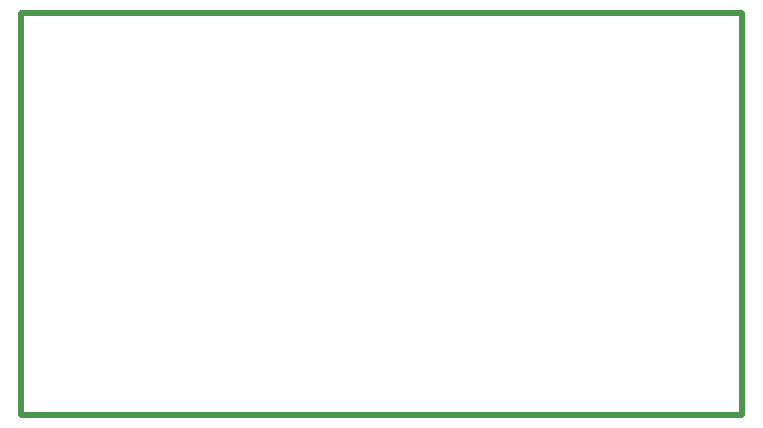
<source format=gko>
G04*
G04 #@! TF.GenerationSoftware,Altium Limited,Altium Designer,23.3.1 (30)*
G04*
G04 Layer_Color=16711935*
%FSLAX44Y44*%
%MOMM*%
G71*
G04*
G04 #@! TF.SameCoordinates,D194EA9E-320C-42BA-852E-FFA0FE6248A8*
G04*
G04*
G04 #@! TF.FilePolarity,Positive*
G04*
G01*
G75*
%ADD155C,0.5000*%
D155*
X-21270Y-21270D02*
X588730Y-21270D01*
X-21270Y318730D02*
X-21270Y-21270D01*
X588730D02*
X588730Y318730D01*
X-21270Y318730D02*
X588730Y318730D01*
M02*

</source>
